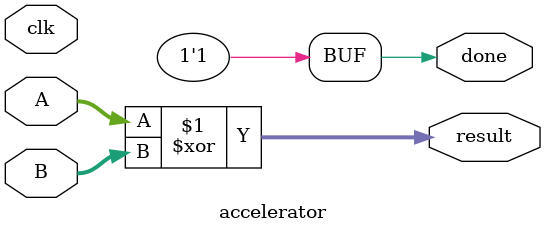
<source format=v>
`timescale 1ns / 1ps


module accelerator(
    input clk,
    input [7:0] A,
    input [7:0] B,
    output [7:0] result,
    output done
    );

    // Right now this finishes in under a cycle, will change this if it becomes more complex.
    assign done = 1'b1;
    assign result = A ^ B;

endmodule

</source>
